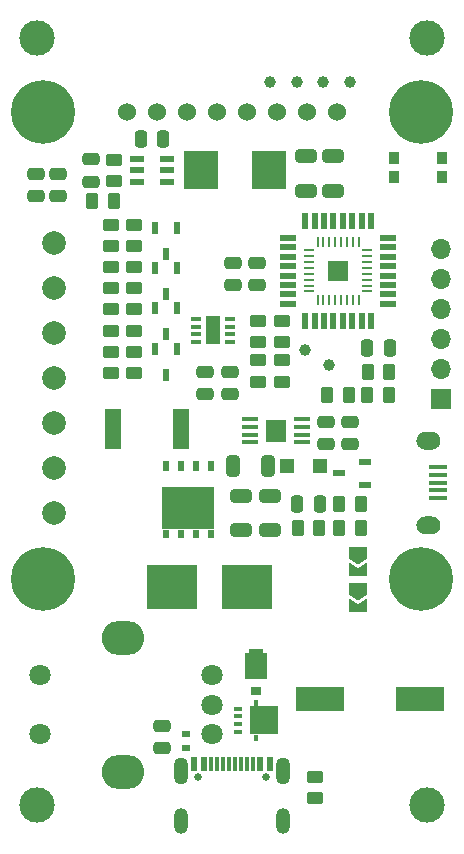
<source format=gbr>
%TF.GenerationSoftware,KiCad,Pcbnew,7.0.8*%
%TF.CreationDate,2023-10-25T09:11:50+02:00*%
%TF.ProjectId,AxxSolder,41787853-6f6c-4646-9572-2e6b69636164,rev?*%
%TF.SameCoordinates,Original*%
%TF.FileFunction,Soldermask,Bot*%
%TF.FilePolarity,Negative*%
%FSLAX46Y46*%
G04 Gerber Fmt 4.6, Leading zero omitted, Abs format (unit mm)*
G04 Created by KiCad (PCBNEW 7.0.8) date 2023-10-25 09:11:50*
%MOMM*%
%LPD*%
G01*
G04 APERTURE LIST*
G04 Aperture macros list*
%AMRoundRect*
0 Rectangle with rounded corners*
0 $1 Rounding radius*
0 $2 $3 $4 $5 $6 $7 $8 $9 X,Y pos of 4 corners*
0 Add a 4 corners polygon primitive as box body*
4,1,4,$2,$3,$4,$5,$6,$7,$8,$9,$2,$3,0*
0 Add four circle primitives for the rounded corners*
1,1,$1+$1,$2,$3*
1,1,$1+$1,$4,$5*
1,1,$1+$1,$6,$7*
1,1,$1+$1,$8,$9*
0 Add four rect primitives between the rounded corners*
20,1,$1+$1,$2,$3,$4,$5,0*
20,1,$1+$1,$4,$5,$6,$7,0*
20,1,$1+$1,$6,$7,$8,$9,0*
20,1,$1+$1,$8,$9,$2,$3,0*%
%AMFreePoly0*
4,1,6,0.500000,-0.750000,-0.650000,-0.750000,-0.150000,0.000000,-0.650000,0.750000,0.500000,0.750000,0.500000,-0.750000,0.500000,-0.750000,$1*%
%AMFreePoly1*
4,1,6,1.000000,0.000000,0.500000,-0.750000,-0.500000,-0.750000,-0.500000,0.750000,0.500000,0.750000,1.000000,0.000000,1.000000,0.000000,$1*%
G04 Aperture macros list end*
%ADD10C,0.010000*%
%ADD11FreePoly0,270.000000*%
%ADD12FreePoly1,270.000000*%
%ADD13C,1.000000*%
%ADD14R,4.240000X3.810000*%
%ADD15C,1.800000*%
%ADD16O,3.600000X2.900000*%
%ADD17C,3.000000*%
%ADD18C,1.524000*%
%ADD19C,5.400000*%
%ADD20R,0.600000X1.050000*%
%ADD21C,2.000000*%
%ADD22R,1.450000X3.450000*%
%ADD23RoundRect,0.250000X-0.450000X0.262500X-0.450000X-0.262500X0.450000X-0.262500X0.450000X0.262500X0*%
%ADD24RoundRect,0.250000X0.475000X-0.250000X0.475000X0.250000X-0.475000X0.250000X-0.475000X-0.250000X0*%
%ADD25R,0.500000X0.925000*%
%ADD26R,0.600000X0.800000*%
%ADD27R,4.410000X3.655000*%
%ADD28RoundRect,0.250000X0.450000X-0.262500X0.450000X0.262500X-0.450000X0.262500X-0.450000X-0.262500X0*%
%ADD29RoundRect,0.250000X0.250000X0.475000X-0.250000X0.475000X-0.250000X-0.475000X0.250000X-0.475000X0*%
%ADD30R,0.850000X0.350000*%
%ADD31R,1.300000X2.450000*%
%ADD32R,0.800000X0.550000*%
%ADD33R,2.850000X3.200000*%
%ADD34R,1.500000X0.400000*%
%ADD35RoundRect,0.250000X0.650000X-0.325000X0.650000X0.325000X-0.650000X0.325000X-0.650000X-0.325000X0*%
%ADD36RoundRect,0.250000X-0.475000X0.250000X-0.475000X-0.250000X0.475000X-0.250000X0.475000X0.250000X0*%
%ADD37RoundRect,0.250000X-0.262500X-0.450000X0.262500X-0.450000X0.262500X0.450000X-0.262500X0.450000X0*%
%ADD38R,1.050000X0.600000*%
%ADD39R,0.900000X1.000000*%
%ADD40RoundRect,0.250000X0.262500X0.450000X-0.262500X0.450000X-0.262500X-0.450000X0.262500X-0.450000X0*%
%ADD41R,1.300000X0.350000*%
%ADD42R,1.930000X2.200000*%
%ADD43R,0.860000X0.700000*%
%ADD44R,1.700000X1.700000*%
%ADD45O,1.700000X1.700000*%
%ADD46C,0.650000*%
%ADD47R,0.600000X1.150000*%
%ADD48R,0.300000X1.150000*%
%ADD49O,1.254000X2.304000*%
%ADD50O,1.204000X2.204000*%
%ADD51R,1.250000X0.600000*%
%ADD52R,1.200000X1.200000*%
%ADD53R,1.425000X0.450000*%
%ADD54R,1.680000X1.880000*%
%ADD55RoundRect,0.250000X-0.325000X-0.650000X0.325000X-0.650000X0.325000X0.650000X-0.325000X0.650000X0*%
%ADD56RoundRect,0.062500X0.062500X-0.375000X0.062500X0.375000X-0.062500X0.375000X-0.062500X-0.375000X0*%
%ADD57RoundRect,0.062500X0.375000X-0.062500X0.375000X0.062500X-0.375000X0.062500X-0.375000X-0.062500X0*%
%ADD58R,1.750000X1.750000*%
%ADD59RoundRect,0.250000X-0.250000X-0.475000X0.250000X-0.475000X0.250000X0.475000X-0.250000X0.475000X0*%
%ADD60R,0.750000X0.400000*%
%ADD61R,0.400000X0.530000*%
%ADD62R,2.400000X2.450000*%
%ADD63R,4.150000X2.100000*%
%ADD64R,0.600000X1.475000*%
%ADD65R,1.475000X0.600000*%
G04 APERTURE END LIST*
%TO.C,J2*%
D10*
X133412000Y-90551000D02*
X133448000Y-90554000D01*
X133485000Y-90559000D01*
X133521000Y-90565000D01*
X133556000Y-90574000D01*
X133591000Y-90584000D01*
X133626000Y-90596000D01*
X133660000Y-90611000D01*
X133693000Y-90626000D01*
X133725000Y-90644000D01*
X133756000Y-90663000D01*
X133786000Y-90684000D01*
X133816000Y-90706000D01*
X133843000Y-90730000D01*
X133870000Y-90755000D01*
X133895000Y-90782000D01*
X133919000Y-90809000D01*
X133941000Y-90839000D01*
X133962000Y-90869000D01*
X133981000Y-90900000D01*
X133999000Y-90932000D01*
X134014000Y-90965000D01*
X134029000Y-90999000D01*
X134041000Y-91034000D01*
X134051000Y-91069000D01*
X134060000Y-91104000D01*
X134066000Y-91140000D01*
X134071000Y-91177000D01*
X134074000Y-91213000D01*
X134075000Y-91250000D01*
X134074000Y-91287000D01*
X134071000Y-91323000D01*
X134066000Y-91360000D01*
X134060000Y-91396000D01*
X134051000Y-91431000D01*
X134041000Y-91466000D01*
X134029000Y-91501000D01*
X134014000Y-91535000D01*
X133999000Y-91568000D01*
X133981000Y-91600000D01*
X133962000Y-91631000D01*
X133941000Y-91661000D01*
X133919000Y-91691000D01*
X133895000Y-91718000D01*
X133870000Y-91745000D01*
X133843000Y-91770000D01*
X133816000Y-91794000D01*
X133786000Y-91816000D01*
X133756000Y-91837000D01*
X133725000Y-91856000D01*
X133693000Y-91874000D01*
X133660000Y-91889000D01*
X133626000Y-91904000D01*
X133591000Y-91916000D01*
X133556000Y-91926000D01*
X133521000Y-91935000D01*
X133485000Y-91941000D01*
X133448000Y-91946000D01*
X133412000Y-91949000D01*
X133375000Y-91950000D01*
X132825000Y-91950000D01*
X132788000Y-91949000D01*
X132752000Y-91946000D01*
X132715000Y-91941000D01*
X132679000Y-91935000D01*
X132644000Y-91926000D01*
X132609000Y-91916000D01*
X132574000Y-91904000D01*
X132540000Y-91889000D01*
X132507000Y-91874000D01*
X132475000Y-91856000D01*
X132444000Y-91837000D01*
X132414000Y-91816000D01*
X132384000Y-91794000D01*
X132357000Y-91770000D01*
X132330000Y-91745000D01*
X132305000Y-91718000D01*
X132281000Y-91691000D01*
X132259000Y-91661000D01*
X132238000Y-91631000D01*
X132219000Y-91600000D01*
X132201000Y-91568000D01*
X132186000Y-91535000D01*
X132171000Y-91501000D01*
X132159000Y-91466000D01*
X132149000Y-91431000D01*
X132140000Y-91396000D01*
X132134000Y-91360000D01*
X132129000Y-91323000D01*
X132126000Y-91287000D01*
X132125000Y-91250000D01*
X132126000Y-91213000D01*
X132129000Y-91177000D01*
X132134000Y-91140000D01*
X132140000Y-91104000D01*
X132149000Y-91069000D01*
X132159000Y-91034000D01*
X132171000Y-90999000D01*
X132186000Y-90965000D01*
X132201000Y-90932000D01*
X132219000Y-90900000D01*
X132238000Y-90869000D01*
X132259000Y-90839000D01*
X132281000Y-90809000D01*
X132305000Y-90782000D01*
X132330000Y-90755000D01*
X132357000Y-90730000D01*
X132384000Y-90706000D01*
X132414000Y-90684000D01*
X132444000Y-90663000D01*
X132475000Y-90644000D01*
X132507000Y-90626000D01*
X132540000Y-90611000D01*
X132574000Y-90596000D01*
X132609000Y-90584000D01*
X132644000Y-90574000D01*
X132679000Y-90565000D01*
X132715000Y-90559000D01*
X132752000Y-90554000D01*
X132788000Y-90551000D01*
X132825000Y-90550000D01*
X133375000Y-90550000D01*
X133412000Y-90551000D01*
G36*
X133412000Y-90551000D02*
G01*
X133448000Y-90554000D01*
X133485000Y-90559000D01*
X133521000Y-90565000D01*
X133556000Y-90574000D01*
X133591000Y-90584000D01*
X133626000Y-90596000D01*
X133660000Y-90611000D01*
X133693000Y-90626000D01*
X133725000Y-90644000D01*
X133756000Y-90663000D01*
X133786000Y-90684000D01*
X133816000Y-90706000D01*
X133843000Y-90730000D01*
X133870000Y-90755000D01*
X133895000Y-90782000D01*
X133919000Y-90809000D01*
X133941000Y-90839000D01*
X133962000Y-90869000D01*
X133981000Y-90900000D01*
X133999000Y-90932000D01*
X134014000Y-90965000D01*
X134029000Y-90999000D01*
X134041000Y-91034000D01*
X134051000Y-91069000D01*
X134060000Y-91104000D01*
X134066000Y-91140000D01*
X134071000Y-91177000D01*
X134074000Y-91213000D01*
X134075000Y-91250000D01*
X134074000Y-91287000D01*
X134071000Y-91323000D01*
X134066000Y-91360000D01*
X134060000Y-91396000D01*
X134051000Y-91431000D01*
X134041000Y-91466000D01*
X134029000Y-91501000D01*
X134014000Y-91535000D01*
X133999000Y-91568000D01*
X133981000Y-91600000D01*
X133962000Y-91631000D01*
X133941000Y-91661000D01*
X133919000Y-91691000D01*
X133895000Y-91718000D01*
X133870000Y-91745000D01*
X133843000Y-91770000D01*
X133816000Y-91794000D01*
X133786000Y-91816000D01*
X133756000Y-91837000D01*
X133725000Y-91856000D01*
X133693000Y-91874000D01*
X133660000Y-91889000D01*
X133626000Y-91904000D01*
X133591000Y-91916000D01*
X133556000Y-91926000D01*
X133521000Y-91935000D01*
X133485000Y-91941000D01*
X133448000Y-91946000D01*
X133412000Y-91949000D01*
X133375000Y-91950000D01*
X132825000Y-91950000D01*
X132788000Y-91949000D01*
X132752000Y-91946000D01*
X132715000Y-91941000D01*
X132679000Y-91935000D01*
X132644000Y-91926000D01*
X132609000Y-91916000D01*
X132574000Y-91904000D01*
X132540000Y-91889000D01*
X132507000Y-91874000D01*
X132475000Y-91856000D01*
X132444000Y-91837000D01*
X132414000Y-91816000D01*
X132384000Y-91794000D01*
X132357000Y-91770000D01*
X132330000Y-91745000D01*
X132305000Y-91718000D01*
X132281000Y-91691000D01*
X132259000Y-91661000D01*
X132238000Y-91631000D01*
X132219000Y-91600000D01*
X132201000Y-91568000D01*
X132186000Y-91535000D01*
X132171000Y-91501000D01*
X132159000Y-91466000D01*
X132149000Y-91431000D01*
X132140000Y-91396000D01*
X132134000Y-91360000D01*
X132129000Y-91323000D01*
X132126000Y-91287000D01*
X132125000Y-91250000D01*
X132126000Y-91213000D01*
X132129000Y-91177000D01*
X132134000Y-91140000D01*
X132140000Y-91104000D01*
X132149000Y-91069000D01*
X132159000Y-91034000D01*
X132171000Y-90999000D01*
X132186000Y-90965000D01*
X132201000Y-90932000D01*
X132219000Y-90900000D01*
X132238000Y-90869000D01*
X132259000Y-90839000D01*
X132281000Y-90809000D01*
X132305000Y-90782000D01*
X132330000Y-90755000D01*
X132357000Y-90730000D01*
X132384000Y-90706000D01*
X132414000Y-90684000D01*
X132444000Y-90663000D01*
X132475000Y-90644000D01*
X132507000Y-90626000D01*
X132540000Y-90611000D01*
X132574000Y-90596000D01*
X132609000Y-90584000D01*
X132644000Y-90574000D01*
X132679000Y-90565000D01*
X132715000Y-90559000D01*
X132752000Y-90554000D01*
X132788000Y-90551000D01*
X132825000Y-90550000D01*
X133375000Y-90550000D01*
X133412000Y-90551000D01*
G37*
X133412000Y-83401000D02*
X133448000Y-83404000D01*
X133485000Y-83409000D01*
X133521000Y-83415000D01*
X133556000Y-83424000D01*
X133591000Y-83434000D01*
X133626000Y-83446000D01*
X133660000Y-83461000D01*
X133693000Y-83476000D01*
X133725000Y-83494000D01*
X133756000Y-83513000D01*
X133786000Y-83534000D01*
X133816000Y-83556000D01*
X133843000Y-83580000D01*
X133870000Y-83605000D01*
X133895000Y-83632000D01*
X133919000Y-83659000D01*
X133941000Y-83689000D01*
X133962000Y-83719000D01*
X133981000Y-83750000D01*
X133999000Y-83782000D01*
X134014000Y-83815000D01*
X134029000Y-83849000D01*
X134041000Y-83884000D01*
X134051000Y-83919000D01*
X134060000Y-83954000D01*
X134066000Y-83990000D01*
X134071000Y-84027000D01*
X134074000Y-84063000D01*
X134075000Y-84100000D01*
X134074000Y-84137000D01*
X134071000Y-84173000D01*
X134066000Y-84210000D01*
X134060000Y-84246000D01*
X134051000Y-84281000D01*
X134041000Y-84316000D01*
X134029000Y-84351000D01*
X134014000Y-84385000D01*
X133999000Y-84418000D01*
X133981000Y-84450000D01*
X133962000Y-84481000D01*
X133941000Y-84511000D01*
X133919000Y-84541000D01*
X133895000Y-84568000D01*
X133870000Y-84595000D01*
X133843000Y-84620000D01*
X133816000Y-84644000D01*
X133786000Y-84666000D01*
X133756000Y-84687000D01*
X133725000Y-84706000D01*
X133693000Y-84724000D01*
X133660000Y-84739000D01*
X133626000Y-84754000D01*
X133591000Y-84766000D01*
X133556000Y-84776000D01*
X133521000Y-84785000D01*
X133485000Y-84791000D01*
X133448000Y-84796000D01*
X133412000Y-84799000D01*
X133375000Y-84800000D01*
X132825000Y-84800000D01*
X132788000Y-84799000D01*
X132752000Y-84796000D01*
X132715000Y-84791000D01*
X132679000Y-84785000D01*
X132644000Y-84776000D01*
X132609000Y-84766000D01*
X132574000Y-84754000D01*
X132540000Y-84739000D01*
X132507000Y-84724000D01*
X132475000Y-84706000D01*
X132444000Y-84687000D01*
X132414000Y-84666000D01*
X132384000Y-84644000D01*
X132357000Y-84620000D01*
X132330000Y-84595000D01*
X132305000Y-84568000D01*
X132281000Y-84541000D01*
X132259000Y-84511000D01*
X132238000Y-84481000D01*
X132219000Y-84450000D01*
X132201000Y-84418000D01*
X132186000Y-84385000D01*
X132171000Y-84351000D01*
X132159000Y-84316000D01*
X132149000Y-84281000D01*
X132140000Y-84246000D01*
X132134000Y-84210000D01*
X132129000Y-84173000D01*
X132126000Y-84137000D01*
X132125000Y-84100000D01*
X132126000Y-84063000D01*
X132129000Y-84027000D01*
X132134000Y-83990000D01*
X132140000Y-83954000D01*
X132149000Y-83919000D01*
X132159000Y-83884000D01*
X132171000Y-83849000D01*
X132186000Y-83815000D01*
X132201000Y-83782000D01*
X132219000Y-83750000D01*
X132238000Y-83719000D01*
X132259000Y-83689000D01*
X132281000Y-83659000D01*
X132305000Y-83632000D01*
X132330000Y-83605000D01*
X132357000Y-83580000D01*
X132384000Y-83556000D01*
X132414000Y-83534000D01*
X132444000Y-83513000D01*
X132475000Y-83494000D01*
X132507000Y-83476000D01*
X132540000Y-83461000D01*
X132574000Y-83446000D01*
X132609000Y-83434000D01*
X132644000Y-83424000D01*
X132679000Y-83415000D01*
X132715000Y-83409000D01*
X132752000Y-83404000D01*
X132788000Y-83401000D01*
X132825000Y-83400000D01*
X133375000Y-83400000D01*
X133412000Y-83401000D01*
G36*
X133412000Y-83401000D02*
G01*
X133448000Y-83404000D01*
X133485000Y-83409000D01*
X133521000Y-83415000D01*
X133556000Y-83424000D01*
X133591000Y-83434000D01*
X133626000Y-83446000D01*
X133660000Y-83461000D01*
X133693000Y-83476000D01*
X133725000Y-83494000D01*
X133756000Y-83513000D01*
X133786000Y-83534000D01*
X133816000Y-83556000D01*
X133843000Y-83580000D01*
X133870000Y-83605000D01*
X133895000Y-83632000D01*
X133919000Y-83659000D01*
X133941000Y-83689000D01*
X133962000Y-83719000D01*
X133981000Y-83750000D01*
X133999000Y-83782000D01*
X134014000Y-83815000D01*
X134029000Y-83849000D01*
X134041000Y-83884000D01*
X134051000Y-83919000D01*
X134060000Y-83954000D01*
X134066000Y-83990000D01*
X134071000Y-84027000D01*
X134074000Y-84063000D01*
X134075000Y-84100000D01*
X134074000Y-84137000D01*
X134071000Y-84173000D01*
X134066000Y-84210000D01*
X134060000Y-84246000D01*
X134051000Y-84281000D01*
X134041000Y-84316000D01*
X134029000Y-84351000D01*
X134014000Y-84385000D01*
X133999000Y-84418000D01*
X133981000Y-84450000D01*
X133962000Y-84481000D01*
X133941000Y-84511000D01*
X133919000Y-84541000D01*
X133895000Y-84568000D01*
X133870000Y-84595000D01*
X133843000Y-84620000D01*
X133816000Y-84644000D01*
X133786000Y-84666000D01*
X133756000Y-84687000D01*
X133725000Y-84706000D01*
X133693000Y-84724000D01*
X133660000Y-84739000D01*
X133626000Y-84754000D01*
X133591000Y-84766000D01*
X133556000Y-84776000D01*
X133521000Y-84785000D01*
X133485000Y-84791000D01*
X133448000Y-84796000D01*
X133412000Y-84799000D01*
X133375000Y-84800000D01*
X132825000Y-84800000D01*
X132788000Y-84799000D01*
X132752000Y-84796000D01*
X132715000Y-84791000D01*
X132679000Y-84785000D01*
X132644000Y-84776000D01*
X132609000Y-84766000D01*
X132574000Y-84754000D01*
X132540000Y-84739000D01*
X132507000Y-84724000D01*
X132475000Y-84706000D01*
X132444000Y-84687000D01*
X132414000Y-84666000D01*
X132384000Y-84644000D01*
X132357000Y-84620000D01*
X132330000Y-84595000D01*
X132305000Y-84568000D01*
X132281000Y-84541000D01*
X132259000Y-84511000D01*
X132238000Y-84481000D01*
X132219000Y-84450000D01*
X132201000Y-84418000D01*
X132186000Y-84385000D01*
X132171000Y-84351000D01*
X132159000Y-84316000D01*
X132149000Y-84281000D01*
X132140000Y-84246000D01*
X132134000Y-84210000D01*
X132129000Y-84173000D01*
X132126000Y-84137000D01*
X132125000Y-84100000D01*
X132126000Y-84063000D01*
X132129000Y-84027000D01*
X132134000Y-83990000D01*
X132140000Y-83954000D01*
X132149000Y-83919000D01*
X132159000Y-83884000D01*
X132171000Y-83849000D01*
X132186000Y-83815000D01*
X132201000Y-83782000D01*
X132219000Y-83750000D01*
X132238000Y-83719000D01*
X132259000Y-83689000D01*
X132281000Y-83659000D01*
X132305000Y-83632000D01*
X132330000Y-83605000D01*
X132357000Y-83580000D01*
X132384000Y-83556000D01*
X132414000Y-83534000D01*
X132444000Y-83513000D01*
X132475000Y-83494000D01*
X132507000Y-83476000D01*
X132540000Y-83461000D01*
X132574000Y-83446000D01*
X132609000Y-83434000D01*
X132644000Y-83424000D01*
X132679000Y-83415000D01*
X132715000Y-83409000D01*
X132752000Y-83404000D01*
X132788000Y-83401000D01*
X132825000Y-83400000D01*
X133375000Y-83400000D01*
X133412000Y-83401000D01*
G37*
%TD*%
D11*
%TO.C,JP2*%
X127200000Y-95100000D03*
D12*
X127200000Y-93650000D03*
%TD*%
D11*
%TO.C,JP1*%
X127200000Y-98150000D03*
D12*
X127200000Y-96700000D03*
%TD*%
D13*
%TO.C,TP6*%
X122725000Y-76475000D03*
%TD*%
%TO.C,TP5*%
X124700000Y-77700000D03*
%TD*%
D14*
%TO.C,F2*%
X117790000Y-96500000D03*
X111410000Y-96500000D03*
%TD*%
D15*
%TO.C,U1*%
X100275000Y-109000000D03*
X100275000Y-104000000D03*
X114775000Y-109000000D03*
D16*
X107275000Y-112200000D03*
D15*
X114775000Y-106500000D03*
D16*
X107275000Y-100800000D03*
D15*
X114775000Y-104000000D03*
%TD*%
D17*
%TO.C,H2*%
X100000000Y-115000000D03*
%TD*%
%TO.C,H3*%
X133000000Y-50000000D03*
%TD*%
D13*
%TO.C,TP3*%
X119750000Y-53750000D03*
%TD*%
D18*
%TO.C,D4*%
X125390000Y-56320000D03*
D19*
X132500000Y-95820000D03*
X132500000Y-56320000D03*
D18*
X122850000Y-56320000D03*
D19*
X100500000Y-95820000D03*
X100500000Y-56320000D03*
D18*
X120310000Y-56320000D03*
X117770000Y-56320000D03*
X115230000Y-56320000D03*
X112690000Y-56320000D03*
X110150000Y-56320000D03*
X107610000Y-56320000D03*
%TD*%
D17*
%TO.C,H4*%
X100000000Y-50000000D03*
%TD*%
D20*
%TO.C,D3*%
X109950000Y-69525000D03*
X111850000Y-69525000D03*
X110900000Y-71725000D03*
%TD*%
D21*
%TO.C,J1*%
X101400000Y-67370000D03*
X101400000Y-71180000D03*
X101400000Y-74990000D03*
X101400000Y-78800000D03*
X101400000Y-82610000D03*
X101400000Y-86420000D03*
X101400000Y-90230000D03*
%TD*%
D22*
%TO.C,R10*%
X112200000Y-83100000D03*
X106400000Y-83100000D03*
%TD*%
D23*
%TO.C,R28*%
X106500000Y-60337500D03*
X106500000Y-62162500D03*
%TD*%
D24*
%TO.C,C1*%
X126500000Y-84450000D03*
X126500000Y-82550000D03*
%TD*%
D13*
%TO.C,TP6*%
X122725000Y-76475000D03*
%TD*%
D25*
%TO.C,U2*%
X110895000Y-86272500D03*
X112165000Y-86272500D03*
X113435000Y-86272500D03*
X114705000Y-86272500D03*
D26*
X110895000Y-92062500D03*
X112165000Y-92062500D03*
D27*
X112800000Y-89837500D03*
D26*
X113435000Y-92062500D03*
X114705000Y-92062500D03*
%TD*%
D23*
%TO.C,R6*%
X108250000Y-69387500D03*
X108250000Y-71212500D03*
%TD*%
%TO.C,R21*%
X108250000Y-76587500D03*
X108250000Y-78412500D03*
%TD*%
D28*
%TO.C,R19*%
X106250000Y-74812500D03*
X106250000Y-72987500D03*
%TD*%
D29*
%TO.C,C3*%
X123950000Y-89500000D03*
X122050000Y-89500000D03*
%TD*%
D30*
%TO.C,IC4*%
X113475000Y-75775000D03*
X113475000Y-75125000D03*
X113475000Y-74475000D03*
X113475000Y-73825000D03*
X116375000Y-73825000D03*
X116375000Y-74475000D03*
X116375000Y-75125000D03*
X116375000Y-75775000D03*
D31*
X114925000Y-74800000D03*
%TD*%
D32*
%TO.C,D8*%
X112650000Y-110175000D03*
X112650000Y-108925000D03*
%TD*%
D33*
%TO.C,L1*%
X113900000Y-61250000D03*
X119600000Y-61250000D03*
%TD*%
D34*
%TO.C,J2*%
X133990000Y-88975000D03*
X133990000Y-88325000D03*
X133990000Y-87675000D03*
X133990000Y-87025000D03*
X133990000Y-86375000D03*
%TD*%
D35*
%TO.C,C17*%
X119750000Y-91725000D03*
X119750000Y-88775000D03*
%TD*%
D28*
%TO.C,R20*%
X106250000Y-78412500D03*
X106250000Y-76587500D03*
%TD*%
D36*
%TO.C,C14*%
X99900000Y-61550000D03*
X99900000Y-63450000D03*
%TD*%
%TO.C,C16*%
X116300000Y-78300000D03*
X116300000Y-80200000D03*
%TD*%
D37*
%TO.C,R2*%
X122087500Y-91500000D03*
X123912500Y-91500000D03*
%TD*%
%TO.C,R3*%
X125587500Y-91500000D03*
X127412500Y-91500000D03*
%TD*%
D38*
%TO.C,D12*%
X127800000Y-85950000D03*
X127800000Y-87850000D03*
X125600000Y-86900000D03*
%TD*%
D20*
%TO.C,D1*%
X109950000Y-66150000D03*
X111850000Y-66150000D03*
X110900000Y-68350000D03*
%TD*%
D28*
%TO.C,R8*%
X106250000Y-67662500D03*
X106250000Y-65837500D03*
%TD*%
D35*
%TO.C,C18*%
X117250000Y-91725000D03*
X117250000Y-88775000D03*
%TD*%
D28*
%TO.C,R22*%
X108250000Y-74812500D03*
X108250000Y-72987500D03*
%TD*%
D39*
%TO.C,S2*%
X134300000Y-60200000D03*
X130200000Y-60200000D03*
X134300000Y-61800000D03*
X130200000Y-61800000D03*
%TD*%
D40*
%TO.C,R29*%
X106512500Y-63800000D03*
X104687500Y-63800000D03*
%TD*%
D37*
%TO.C,R14*%
X127962500Y-80300000D03*
X129787500Y-80300000D03*
%TD*%
D28*
%TO.C,R26*%
X120750000Y-79125000D03*
X120750000Y-77300000D03*
%TD*%
D13*
%TO.C,TP9*%
X122000000Y-53750000D03*
%TD*%
D23*
%TO.C,R23*%
X120750000Y-73987500D03*
X120750000Y-75812500D03*
%TD*%
D28*
%TO.C,R5*%
X108250000Y-67662500D03*
X108250000Y-65837500D03*
%TD*%
D36*
%TO.C,C11*%
X118600000Y-69050000D03*
X118600000Y-70950000D03*
%TD*%
D37*
%TO.C,R18*%
X124587500Y-80300000D03*
X126412500Y-80300000D03*
%TD*%
D13*
%TO.C,TP5*%
X124700000Y-77700000D03*
%TD*%
D17*
%TO.C,H1*%
X133000000Y-115000000D03*
%TD*%
D41*
%TO.C,D13*%
X118500000Y-101925000D03*
D42*
X118500000Y-103200000D03*
D43*
X118500000Y-105360000D03*
%TD*%
D28*
%TO.C,R35*%
X123500000Y-114412500D03*
X123500000Y-112587500D03*
%TD*%
D44*
%TO.C,J6*%
X134200000Y-80600000D03*
D45*
X134200000Y-78060000D03*
X134200000Y-75520000D03*
X134200000Y-72980000D03*
X134200000Y-70440000D03*
X134200000Y-67900000D03*
%TD*%
D46*
%TO.C,J5*%
X119390000Y-112620000D03*
X113610000Y-112620000D03*
D47*
X119700000Y-111545000D03*
X118900000Y-111545000D03*
D48*
X117750000Y-111545000D03*
X116750000Y-111545000D03*
X116250000Y-111545000D03*
X115250000Y-111545000D03*
D47*
X113300000Y-111545000D03*
X114100000Y-111545000D03*
D48*
X114750000Y-111545000D03*
X115750000Y-111545000D03*
X117250000Y-111545000D03*
X118250000Y-111545000D03*
D49*
X120820000Y-112120000D03*
D50*
X120820000Y-116300000D03*
X112180000Y-116300000D03*
D49*
X112180000Y-112120000D03*
%TD*%
D13*
%TO.C,TP7*%
X124250000Y-53750000D03*
%TD*%
D35*
%TO.C,C27*%
X125100000Y-62975000D03*
X125100000Y-60025000D03*
%TD*%
D51*
%TO.C,IC6*%
X111000000Y-60300000D03*
X111000000Y-61250000D03*
X111000000Y-62200000D03*
X108500000Y-62200000D03*
X108500000Y-61250000D03*
X108500000Y-60300000D03*
%TD*%
D52*
%TO.C,D2*%
X121200000Y-86250000D03*
X124000000Y-86250000D03*
%TD*%
D20*
%TO.C,D5*%
X109950000Y-72925000D03*
X111850000Y-72925000D03*
X110900000Y-75125000D03*
%TD*%
D53*
%TO.C,IC1*%
X122462000Y-82325000D03*
X122462000Y-82975000D03*
X122462000Y-83625000D03*
X122462000Y-84275000D03*
X118038000Y-84275000D03*
X118038000Y-83625000D03*
X118038000Y-82975000D03*
X118038000Y-82325000D03*
D54*
X120250000Y-83300000D03*
%TD*%
D55*
%TO.C,C4*%
X116625000Y-86300000D03*
X119575000Y-86300000D03*
%TD*%
D23*
%TO.C,R24*%
X118750000Y-77300000D03*
X118750000Y-79125000D03*
%TD*%
D56*
%TO.C,IC5*%
X127250000Y-72187500D03*
X126750000Y-72187500D03*
X126250000Y-72187500D03*
X125750000Y-72187500D03*
X125250000Y-72187500D03*
X124750000Y-72187500D03*
X124250000Y-72187500D03*
X123750000Y-72187500D03*
D57*
X123062500Y-71500000D03*
X123062500Y-71000000D03*
X123062500Y-70500000D03*
X123062500Y-70000000D03*
X123062500Y-69500000D03*
X123062500Y-69000000D03*
X123062500Y-68500000D03*
X123062500Y-68000000D03*
D56*
X123750000Y-67312500D03*
X124250000Y-67312500D03*
X124750000Y-67312500D03*
X125250000Y-67312500D03*
X125750000Y-67312500D03*
X126250000Y-67312500D03*
X126750000Y-67312500D03*
X127250000Y-67312500D03*
D57*
X127937500Y-68000000D03*
X127937500Y-68500000D03*
X127937500Y-69000000D03*
X127937500Y-69500000D03*
X127937500Y-70000000D03*
X127937500Y-70500000D03*
X127937500Y-71000000D03*
X127937500Y-71500000D03*
D58*
X125500000Y-69750000D03*
%TD*%
D36*
%TO.C,C5*%
X110600000Y-108250000D03*
X110600000Y-110150000D03*
%TD*%
D29*
%TO.C,C7*%
X129850000Y-76300000D03*
X127950000Y-76300000D03*
%TD*%
D23*
%TO.C,R9*%
X106250000Y-69387500D03*
X106250000Y-71212500D03*
%TD*%
D35*
%TO.C,C25*%
X122800000Y-62975000D03*
X122800000Y-60025000D03*
%TD*%
D13*
%TO.C,TP8*%
X126500000Y-53750000D03*
%TD*%
D36*
%TO.C,C21*%
X101800000Y-61550000D03*
X101800000Y-63450000D03*
%TD*%
D40*
%TO.C,R15*%
X129812500Y-78300000D03*
X127987500Y-78300000D03*
%TD*%
D37*
%TO.C,R1*%
X125587500Y-89500000D03*
X127412500Y-89500000D03*
%TD*%
D23*
%TO.C,R25*%
X118750000Y-73987500D03*
X118750000Y-75812500D03*
%TD*%
D36*
%TO.C,C12*%
X116600000Y-69050000D03*
X116600000Y-70950000D03*
%TD*%
D59*
%TO.C,C24*%
X108800000Y-58600000D03*
X110700000Y-58600000D03*
%TD*%
D60*
%TO.C,Q1*%
X116975000Y-108775000D03*
X116975000Y-108125000D03*
X116975000Y-107475000D03*
X116975000Y-106825000D03*
D61*
X118500000Y-109290000D03*
D62*
X119200000Y-107800000D03*
D61*
X118500000Y-106310000D03*
%TD*%
D24*
%TO.C,C2*%
X124500000Y-84450000D03*
X124500000Y-82550000D03*
%TD*%
D63*
%TO.C,C23*%
X123950000Y-106000000D03*
X132450000Y-106000000D03*
%TD*%
D20*
%TO.C,D6*%
X109950000Y-76375000D03*
X111850000Y-76375000D03*
X110900000Y-78575000D03*
%TD*%
D24*
%TO.C,C26*%
X104550000Y-62200000D03*
X104550000Y-60300000D03*
%TD*%
D36*
%TO.C,C15*%
X114250000Y-78300000D03*
X114250000Y-80200000D03*
%TD*%
D64*
%TO.C,IC2*%
X128300000Y-73988000D03*
X127500000Y-73988000D03*
X126700000Y-73988000D03*
X125900000Y-73988000D03*
X125100000Y-73988000D03*
X124300000Y-73988000D03*
X123500000Y-73988000D03*
X122700000Y-73988000D03*
D65*
X121262000Y-72550000D03*
X121262000Y-71750000D03*
X121262000Y-70950000D03*
X121262000Y-70150000D03*
X121262000Y-69350000D03*
X121262000Y-68550000D03*
X121262000Y-67750000D03*
X121262000Y-66950000D03*
D64*
X122700000Y-65512000D03*
X123500000Y-65512000D03*
X124300000Y-65512000D03*
X125100000Y-65512000D03*
X125900000Y-65512000D03*
X126700000Y-65512000D03*
X127500000Y-65512000D03*
X128300000Y-65512000D03*
D65*
X129738000Y-66950000D03*
X129738000Y-67750000D03*
X129738000Y-68550000D03*
X129738000Y-69350000D03*
X129738000Y-70150000D03*
X129738000Y-70950000D03*
X129738000Y-71750000D03*
X129738000Y-72550000D03*
%TD*%
M02*

</source>
